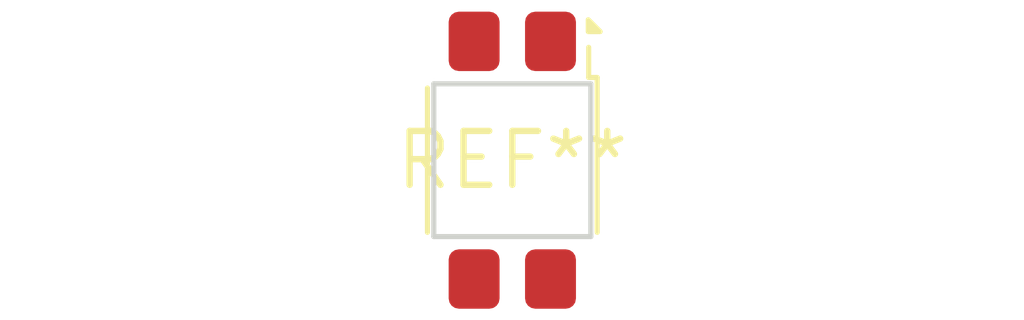
<source format=kicad_pcb>
(kicad_pcb (version 20240108) (generator pcbnew)
  (layers (0 "F.Cu" signal) (31 "B.Cu" signal) (34 "B.Paste" user) (35 "F.Paste" user) (36 "B.SilkS" user "B.Silkscreen") (37 "F.SilkS" user "F.Silkscreen") (38 "B.Mask" user) (39 "F.Mask" user) (44 "Edge.Cuts" user))
  (net 0 "")
  (footprint "Kodenshi_SG105_Reverse" (layer "F.Cu") (at 0 0)
    (property "Reference" "REF**")
    (property "Value" "Kodenshi_SG105_Reverse")
    (fp_line (start -2 1.7) (end -2 -1.7) (layer "F.SilkS") (stroke (width 0.12)))
    (fp_line (start 1.8 -1.95) (end 1.8 -2.66) (layer "F.SilkS") (stroke (width 0.12)))
    (fp_line (start 1.8 -1.95) (end 2 -1.95) (layer "F.SilkS") (stroke (width 0.12)))
    (fp_line (start 2 1.7) (end 2 -1.95) (layer "F.SilkS") (stroke (width 0.12)))
    (fp_poly (pts (xy 1.79 -3.03) (xy 1.79 -3.31) (xy 2.07 -3.03) (xy 1.79 -3.03)) (layer "F.SilkS") (stroke (width 0.12)) (fill solid))
    (fp_line (start -1.85 -1.8) (end 1.85 -1.8) (layer "Edge.Cuts") (stroke (width 0.12)))
    (fp_line (start -1.85 1.8) (end -1.85 -1.8) (layer "Edge.Cuts") (stroke (width 0.12)))
    (fp_line (start 1.85 -1.8) (end 1.85 1.8) (layer "Edge.Cuts") (stroke (width 0.12)))
    (fp_line (start 1.85 1.8) (end -1.85 1.8) (layer "Edge.Cuts") (stroke (width 0.12)))
    (pad "1" smd roundrect (at 0.9 -2.8) (size 1.2 1.4) (layers "F.Cu" "F.Paste" "F.Mask") (roundrect_rratio 0.2))
    (pad "2" smd roundrect (at 0.9 2.8) (size 1.2 1.4) (layers "F.Cu" "F.Paste" "F.Mask") (roundrect_rratio 0.2))
    (pad "3" smd roundrect (at -0.9 2.8) (size 1.2 1.4) (layers "F.Cu" "F.Paste" "F.Mask") (roundrect_rratio 0.2))
    (pad "4" smd roundrect (at -0.9 -2.8) (size 1.2 1.4) (layers "F.Cu" "F.Paste" "F.Mask") (roundrect_rratio 0.2))
  )
)
</source>
